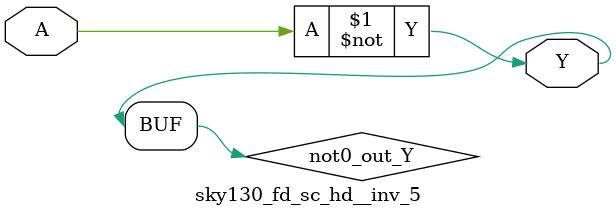
<source format=v>
module sky130_fd_sc_hd__inv_5 (
    Y,
    A
);
    output Y;
    input  A;
    wire not0_out_Y;
    not not0 (not0_out_Y, A              );
    buf buf0 (Y         , not0_out_Y     );
endmodule
</source>
